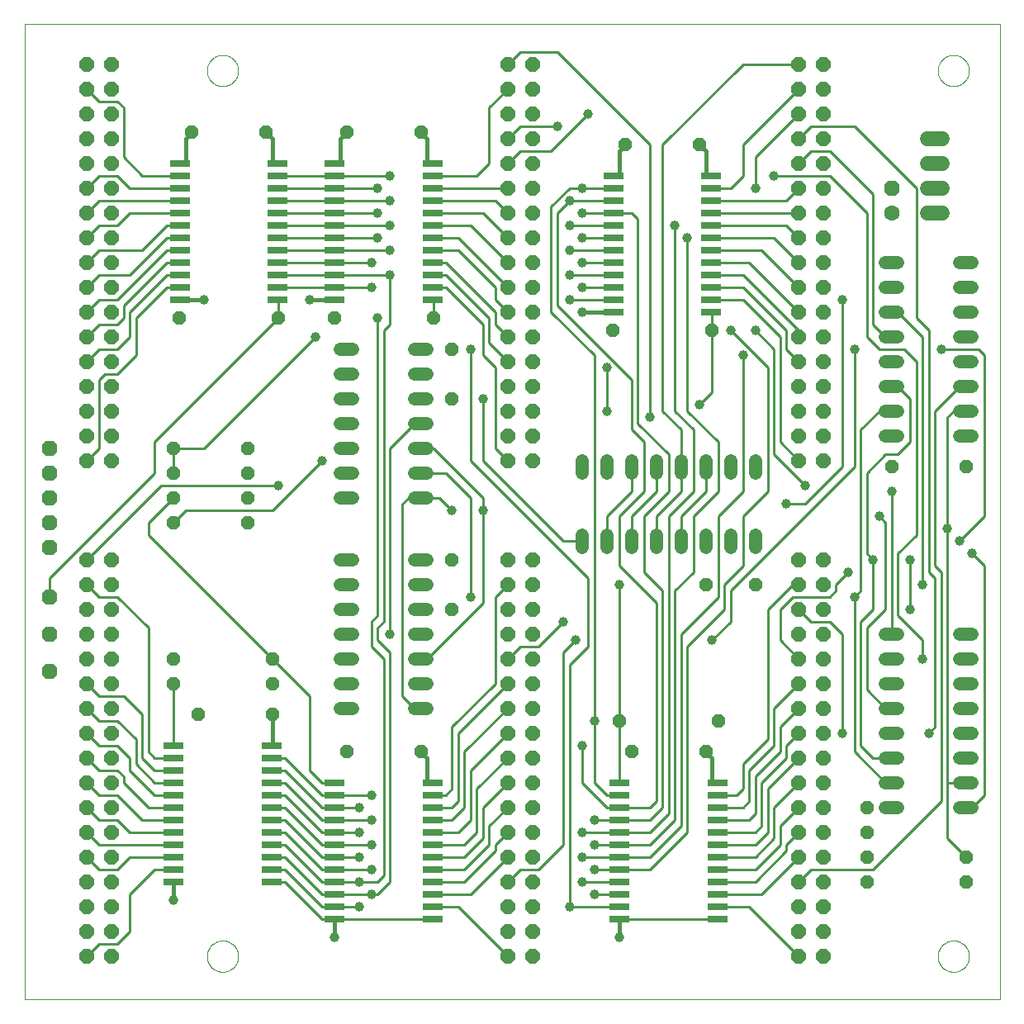
<source format=gtl>
G75*
%MOIN*%
%OFA0B0*%
%FSLAX25Y25*%
%IPPOS*%
%LPD*%
%AMOC8*
5,1,8,0,0,1.08239X$1,22.5*
%
%ADD10C,0.00000*%
%ADD11C,0.05200*%
%ADD12OC8,0.05200*%
%ADD13OC8,0.06300*%
%ADD14R,0.08000X0.02600*%
%ADD15OC8,0.06000*%
%ADD16OC8,0.05600*%
%ADD17C,0.06000*%
%ADD18C,0.06300*%
%ADD19C,0.01000*%
%ADD20C,0.03962*%
%ADD21C,0.01600*%
D10*
X0001500Y0001500D02*
X0001500Y0395201D01*
X0395201Y0395201D01*
X0395201Y0001500D01*
X0001500Y0001500D01*
X0075201Y0019000D02*
X0075203Y0019158D01*
X0075209Y0019316D01*
X0075219Y0019474D01*
X0075233Y0019632D01*
X0075251Y0019789D01*
X0075272Y0019946D01*
X0075298Y0020102D01*
X0075328Y0020258D01*
X0075361Y0020413D01*
X0075399Y0020566D01*
X0075440Y0020719D01*
X0075485Y0020871D01*
X0075534Y0021022D01*
X0075587Y0021171D01*
X0075643Y0021319D01*
X0075703Y0021465D01*
X0075767Y0021610D01*
X0075835Y0021753D01*
X0075906Y0021895D01*
X0075980Y0022035D01*
X0076058Y0022172D01*
X0076140Y0022308D01*
X0076224Y0022442D01*
X0076313Y0022573D01*
X0076404Y0022702D01*
X0076499Y0022829D01*
X0076596Y0022954D01*
X0076697Y0023076D01*
X0076801Y0023195D01*
X0076908Y0023312D01*
X0077018Y0023426D01*
X0077131Y0023537D01*
X0077246Y0023646D01*
X0077364Y0023751D01*
X0077485Y0023853D01*
X0077608Y0023953D01*
X0077734Y0024049D01*
X0077862Y0024142D01*
X0077992Y0024232D01*
X0078125Y0024318D01*
X0078260Y0024402D01*
X0078396Y0024481D01*
X0078535Y0024558D01*
X0078676Y0024630D01*
X0078818Y0024700D01*
X0078962Y0024765D01*
X0079108Y0024827D01*
X0079255Y0024885D01*
X0079404Y0024940D01*
X0079554Y0024991D01*
X0079705Y0025038D01*
X0079857Y0025081D01*
X0080010Y0025120D01*
X0080165Y0025156D01*
X0080320Y0025187D01*
X0080476Y0025215D01*
X0080632Y0025239D01*
X0080789Y0025259D01*
X0080947Y0025275D01*
X0081104Y0025287D01*
X0081263Y0025295D01*
X0081421Y0025299D01*
X0081579Y0025299D01*
X0081737Y0025295D01*
X0081896Y0025287D01*
X0082053Y0025275D01*
X0082211Y0025259D01*
X0082368Y0025239D01*
X0082524Y0025215D01*
X0082680Y0025187D01*
X0082835Y0025156D01*
X0082990Y0025120D01*
X0083143Y0025081D01*
X0083295Y0025038D01*
X0083446Y0024991D01*
X0083596Y0024940D01*
X0083745Y0024885D01*
X0083892Y0024827D01*
X0084038Y0024765D01*
X0084182Y0024700D01*
X0084324Y0024630D01*
X0084465Y0024558D01*
X0084604Y0024481D01*
X0084740Y0024402D01*
X0084875Y0024318D01*
X0085008Y0024232D01*
X0085138Y0024142D01*
X0085266Y0024049D01*
X0085392Y0023953D01*
X0085515Y0023853D01*
X0085636Y0023751D01*
X0085754Y0023646D01*
X0085869Y0023537D01*
X0085982Y0023426D01*
X0086092Y0023312D01*
X0086199Y0023195D01*
X0086303Y0023076D01*
X0086404Y0022954D01*
X0086501Y0022829D01*
X0086596Y0022702D01*
X0086687Y0022573D01*
X0086776Y0022442D01*
X0086860Y0022308D01*
X0086942Y0022172D01*
X0087020Y0022035D01*
X0087094Y0021895D01*
X0087165Y0021753D01*
X0087233Y0021610D01*
X0087297Y0021465D01*
X0087357Y0021319D01*
X0087413Y0021171D01*
X0087466Y0021022D01*
X0087515Y0020871D01*
X0087560Y0020719D01*
X0087601Y0020566D01*
X0087639Y0020413D01*
X0087672Y0020258D01*
X0087702Y0020102D01*
X0087728Y0019946D01*
X0087749Y0019789D01*
X0087767Y0019632D01*
X0087781Y0019474D01*
X0087791Y0019316D01*
X0087797Y0019158D01*
X0087799Y0019000D01*
X0087797Y0018842D01*
X0087791Y0018684D01*
X0087781Y0018526D01*
X0087767Y0018368D01*
X0087749Y0018211D01*
X0087728Y0018054D01*
X0087702Y0017898D01*
X0087672Y0017742D01*
X0087639Y0017587D01*
X0087601Y0017434D01*
X0087560Y0017281D01*
X0087515Y0017129D01*
X0087466Y0016978D01*
X0087413Y0016829D01*
X0087357Y0016681D01*
X0087297Y0016535D01*
X0087233Y0016390D01*
X0087165Y0016247D01*
X0087094Y0016105D01*
X0087020Y0015965D01*
X0086942Y0015828D01*
X0086860Y0015692D01*
X0086776Y0015558D01*
X0086687Y0015427D01*
X0086596Y0015298D01*
X0086501Y0015171D01*
X0086404Y0015046D01*
X0086303Y0014924D01*
X0086199Y0014805D01*
X0086092Y0014688D01*
X0085982Y0014574D01*
X0085869Y0014463D01*
X0085754Y0014354D01*
X0085636Y0014249D01*
X0085515Y0014147D01*
X0085392Y0014047D01*
X0085266Y0013951D01*
X0085138Y0013858D01*
X0085008Y0013768D01*
X0084875Y0013682D01*
X0084740Y0013598D01*
X0084604Y0013519D01*
X0084465Y0013442D01*
X0084324Y0013370D01*
X0084182Y0013300D01*
X0084038Y0013235D01*
X0083892Y0013173D01*
X0083745Y0013115D01*
X0083596Y0013060D01*
X0083446Y0013009D01*
X0083295Y0012962D01*
X0083143Y0012919D01*
X0082990Y0012880D01*
X0082835Y0012844D01*
X0082680Y0012813D01*
X0082524Y0012785D01*
X0082368Y0012761D01*
X0082211Y0012741D01*
X0082053Y0012725D01*
X0081896Y0012713D01*
X0081737Y0012705D01*
X0081579Y0012701D01*
X0081421Y0012701D01*
X0081263Y0012705D01*
X0081104Y0012713D01*
X0080947Y0012725D01*
X0080789Y0012741D01*
X0080632Y0012761D01*
X0080476Y0012785D01*
X0080320Y0012813D01*
X0080165Y0012844D01*
X0080010Y0012880D01*
X0079857Y0012919D01*
X0079705Y0012962D01*
X0079554Y0013009D01*
X0079404Y0013060D01*
X0079255Y0013115D01*
X0079108Y0013173D01*
X0078962Y0013235D01*
X0078818Y0013300D01*
X0078676Y0013370D01*
X0078535Y0013442D01*
X0078396Y0013519D01*
X0078260Y0013598D01*
X0078125Y0013682D01*
X0077992Y0013768D01*
X0077862Y0013858D01*
X0077734Y0013951D01*
X0077608Y0014047D01*
X0077485Y0014147D01*
X0077364Y0014249D01*
X0077246Y0014354D01*
X0077131Y0014463D01*
X0077018Y0014574D01*
X0076908Y0014688D01*
X0076801Y0014805D01*
X0076697Y0014924D01*
X0076596Y0015046D01*
X0076499Y0015171D01*
X0076404Y0015298D01*
X0076313Y0015427D01*
X0076224Y0015558D01*
X0076140Y0015692D01*
X0076058Y0015828D01*
X0075980Y0015965D01*
X0075906Y0016105D01*
X0075835Y0016247D01*
X0075767Y0016390D01*
X0075703Y0016535D01*
X0075643Y0016681D01*
X0075587Y0016829D01*
X0075534Y0016978D01*
X0075485Y0017129D01*
X0075440Y0017281D01*
X0075399Y0017434D01*
X0075361Y0017587D01*
X0075328Y0017742D01*
X0075298Y0017898D01*
X0075272Y0018054D01*
X0075251Y0018211D01*
X0075233Y0018368D01*
X0075219Y0018526D01*
X0075209Y0018684D01*
X0075203Y0018842D01*
X0075201Y0019000D01*
X0370201Y0019000D02*
X0370203Y0019158D01*
X0370209Y0019316D01*
X0370219Y0019474D01*
X0370233Y0019632D01*
X0370251Y0019789D01*
X0370272Y0019946D01*
X0370298Y0020102D01*
X0370328Y0020258D01*
X0370361Y0020413D01*
X0370399Y0020566D01*
X0370440Y0020719D01*
X0370485Y0020871D01*
X0370534Y0021022D01*
X0370587Y0021171D01*
X0370643Y0021319D01*
X0370703Y0021465D01*
X0370767Y0021610D01*
X0370835Y0021753D01*
X0370906Y0021895D01*
X0370980Y0022035D01*
X0371058Y0022172D01*
X0371140Y0022308D01*
X0371224Y0022442D01*
X0371313Y0022573D01*
X0371404Y0022702D01*
X0371499Y0022829D01*
X0371596Y0022954D01*
X0371697Y0023076D01*
X0371801Y0023195D01*
X0371908Y0023312D01*
X0372018Y0023426D01*
X0372131Y0023537D01*
X0372246Y0023646D01*
X0372364Y0023751D01*
X0372485Y0023853D01*
X0372608Y0023953D01*
X0372734Y0024049D01*
X0372862Y0024142D01*
X0372992Y0024232D01*
X0373125Y0024318D01*
X0373260Y0024402D01*
X0373396Y0024481D01*
X0373535Y0024558D01*
X0373676Y0024630D01*
X0373818Y0024700D01*
X0373962Y0024765D01*
X0374108Y0024827D01*
X0374255Y0024885D01*
X0374404Y0024940D01*
X0374554Y0024991D01*
X0374705Y0025038D01*
X0374857Y0025081D01*
X0375010Y0025120D01*
X0375165Y0025156D01*
X0375320Y0025187D01*
X0375476Y0025215D01*
X0375632Y0025239D01*
X0375789Y0025259D01*
X0375947Y0025275D01*
X0376104Y0025287D01*
X0376263Y0025295D01*
X0376421Y0025299D01*
X0376579Y0025299D01*
X0376737Y0025295D01*
X0376896Y0025287D01*
X0377053Y0025275D01*
X0377211Y0025259D01*
X0377368Y0025239D01*
X0377524Y0025215D01*
X0377680Y0025187D01*
X0377835Y0025156D01*
X0377990Y0025120D01*
X0378143Y0025081D01*
X0378295Y0025038D01*
X0378446Y0024991D01*
X0378596Y0024940D01*
X0378745Y0024885D01*
X0378892Y0024827D01*
X0379038Y0024765D01*
X0379182Y0024700D01*
X0379324Y0024630D01*
X0379465Y0024558D01*
X0379604Y0024481D01*
X0379740Y0024402D01*
X0379875Y0024318D01*
X0380008Y0024232D01*
X0380138Y0024142D01*
X0380266Y0024049D01*
X0380392Y0023953D01*
X0380515Y0023853D01*
X0380636Y0023751D01*
X0380754Y0023646D01*
X0380869Y0023537D01*
X0380982Y0023426D01*
X0381092Y0023312D01*
X0381199Y0023195D01*
X0381303Y0023076D01*
X0381404Y0022954D01*
X0381501Y0022829D01*
X0381596Y0022702D01*
X0381687Y0022573D01*
X0381776Y0022442D01*
X0381860Y0022308D01*
X0381942Y0022172D01*
X0382020Y0022035D01*
X0382094Y0021895D01*
X0382165Y0021753D01*
X0382233Y0021610D01*
X0382297Y0021465D01*
X0382357Y0021319D01*
X0382413Y0021171D01*
X0382466Y0021022D01*
X0382515Y0020871D01*
X0382560Y0020719D01*
X0382601Y0020566D01*
X0382639Y0020413D01*
X0382672Y0020258D01*
X0382702Y0020102D01*
X0382728Y0019946D01*
X0382749Y0019789D01*
X0382767Y0019632D01*
X0382781Y0019474D01*
X0382791Y0019316D01*
X0382797Y0019158D01*
X0382799Y0019000D01*
X0382797Y0018842D01*
X0382791Y0018684D01*
X0382781Y0018526D01*
X0382767Y0018368D01*
X0382749Y0018211D01*
X0382728Y0018054D01*
X0382702Y0017898D01*
X0382672Y0017742D01*
X0382639Y0017587D01*
X0382601Y0017434D01*
X0382560Y0017281D01*
X0382515Y0017129D01*
X0382466Y0016978D01*
X0382413Y0016829D01*
X0382357Y0016681D01*
X0382297Y0016535D01*
X0382233Y0016390D01*
X0382165Y0016247D01*
X0382094Y0016105D01*
X0382020Y0015965D01*
X0381942Y0015828D01*
X0381860Y0015692D01*
X0381776Y0015558D01*
X0381687Y0015427D01*
X0381596Y0015298D01*
X0381501Y0015171D01*
X0381404Y0015046D01*
X0381303Y0014924D01*
X0381199Y0014805D01*
X0381092Y0014688D01*
X0380982Y0014574D01*
X0380869Y0014463D01*
X0380754Y0014354D01*
X0380636Y0014249D01*
X0380515Y0014147D01*
X0380392Y0014047D01*
X0380266Y0013951D01*
X0380138Y0013858D01*
X0380008Y0013768D01*
X0379875Y0013682D01*
X0379740Y0013598D01*
X0379604Y0013519D01*
X0379465Y0013442D01*
X0379324Y0013370D01*
X0379182Y0013300D01*
X0379038Y0013235D01*
X0378892Y0013173D01*
X0378745Y0013115D01*
X0378596Y0013060D01*
X0378446Y0013009D01*
X0378295Y0012962D01*
X0378143Y0012919D01*
X0377990Y0012880D01*
X0377835Y0012844D01*
X0377680Y0012813D01*
X0377524Y0012785D01*
X0377368Y0012761D01*
X0377211Y0012741D01*
X0377053Y0012725D01*
X0376896Y0012713D01*
X0376737Y0012705D01*
X0376579Y0012701D01*
X0376421Y0012701D01*
X0376263Y0012705D01*
X0376104Y0012713D01*
X0375947Y0012725D01*
X0375789Y0012741D01*
X0375632Y0012761D01*
X0375476Y0012785D01*
X0375320Y0012813D01*
X0375165Y0012844D01*
X0375010Y0012880D01*
X0374857Y0012919D01*
X0374705Y0012962D01*
X0374554Y0013009D01*
X0374404Y0013060D01*
X0374255Y0013115D01*
X0374108Y0013173D01*
X0373962Y0013235D01*
X0373818Y0013300D01*
X0373676Y0013370D01*
X0373535Y0013442D01*
X0373396Y0013519D01*
X0373260Y0013598D01*
X0373125Y0013682D01*
X0372992Y0013768D01*
X0372862Y0013858D01*
X0372734Y0013951D01*
X0372608Y0014047D01*
X0372485Y0014147D01*
X0372364Y0014249D01*
X0372246Y0014354D01*
X0372131Y0014463D01*
X0372018Y0014574D01*
X0371908Y0014688D01*
X0371801Y0014805D01*
X0371697Y0014924D01*
X0371596Y0015046D01*
X0371499Y0015171D01*
X0371404Y0015298D01*
X0371313Y0015427D01*
X0371224Y0015558D01*
X0371140Y0015692D01*
X0371058Y0015828D01*
X0370980Y0015965D01*
X0370906Y0016105D01*
X0370835Y0016247D01*
X0370767Y0016390D01*
X0370703Y0016535D01*
X0370643Y0016681D01*
X0370587Y0016829D01*
X0370534Y0016978D01*
X0370485Y0017129D01*
X0370440Y0017281D01*
X0370399Y0017434D01*
X0370361Y0017587D01*
X0370328Y0017742D01*
X0370298Y0017898D01*
X0370272Y0018054D01*
X0370251Y0018211D01*
X0370233Y0018368D01*
X0370219Y0018526D01*
X0370209Y0018684D01*
X0370203Y0018842D01*
X0370201Y0019000D01*
X0370201Y0376500D02*
X0370203Y0376658D01*
X0370209Y0376816D01*
X0370219Y0376974D01*
X0370233Y0377132D01*
X0370251Y0377289D01*
X0370272Y0377446D01*
X0370298Y0377602D01*
X0370328Y0377758D01*
X0370361Y0377913D01*
X0370399Y0378066D01*
X0370440Y0378219D01*
X0370485Y0378371D01*
X0370534Y0378522D01*
X0370587Y0378671D01*
X0370643Y0378819D01*
X0370703Y0378965D01*
X0370767Y0379110D01*
X0370835Y0379253D01*
X0370906Y0379395D01*
X0370980Y0379535D01*
X0371058Y0379672D01*
X0371140Y0379808D01*
X0371224Y0379942D01*
X0371313Y0380073D01*
X0371404Y0380202D01*
X0371499Y0380329D01*
X0371596Y0380454D01*
X0371697Y0380576D01*
X0371801Y0380695D01*
X0371908Y0380812D01*
X0372018Y0380926D01*
X0372131Y0381037D01*
X0372246Y0381146D01*
X0372364Y0381251D01*
X0372485Y0381353D01*
X0372608Y0381453D01*
X0372734Y0381549D01*
X0372862Y0381642D01*
X0372992Y0381732D01*
X0373125Y0381818D01*
X0373260Y0381902D01*
X0373396Y0381981D01*
X0373535Y0382058D01*
X0373676Y0382130D01*
X0373818Y0382200D01*
X0373962Y0382265D01*
X0374108Y0382327D01*
X0374255Y0382385D01*
X0374404Y0382440D01*
X0374554Y0382491D01*
X0374705Y0382538D01*
X0374857Y0382581D01*
X0375010Y0382620D01*
X0375165Y0382656D01*
X0375320Y0382687D01*
X0375476Y0382715D01*
X0375632Y0382739D01*
X0375789Y0382759D01*
X0375947Y0382775D01*
X0376104Y0382787D01*
X0376263Y0382795D01*
X0376421Y0382799D01*
X0376579Y0382799D01*
X0376737Y0382795D01*
X0376896Y0382787D01*
X0377053Y0382775D01*
X0377211Y0382759D01*
X0377368Y0382739D01*
X0377524Y0382715D01*
X0377680Y0382687D01*
X0377835Y0382656D01*
X0377990Y0382620D01*
X0378143Y0382581D01*
X0378295Y0382538D01*
X0378446Y0382491D01*
X0378596Y0382440D01*
X0378745Y0382385D01*
X0378892Y0382327D01*
X0379038Y0382265D01*
X0379182Y0382200D01*
X0379324Y0382130D01*
X0379465Y0382058D01*
X0379604Y0381981D01*
X0379740Y0381902D01*
X0379875Y0381818D01*
X0380008Y0381732D01*
X0380138Y0381642D01*
X0380266Y0381549D01*
X0380392Y0381453D01*
X0380515Y0381353D01*
X0380636Y0381251D01*
X0380754Y0381146D01*
X0380869Y0381037D01*
X0380982Y0380926D01*
X0381092Y0380812D01*
X0381199Y0380695D01*
X0381303Y0380576D01*
X0381404Y0380454D01*
X0381501Y0380329D01*
X0381596Y0380202D01*
X0381687Y0380073D01*
X0381776Y0379942D01*
X0381860Y0379808D01*
X0381942Y0379672D01*
X0382020Y0379535D01*
X0382094Y0379395D01*
X0382165Y0379253D01*
X0382233Y0379110D01*
X0382297Y0378965D01*
X0382357Y0378819D01*
X0382413Y0378671D01*
X0382466Y0378522D01*
X0382515Y0378371D01*
X0382560Y0378219D01*
X0382601Y0378066D01*
X0382639Y0377913D01*
X0382672Y0377758D01*
X0382702Y0377602D01*
X0382728Y0377446D01*
X0382749Y0377289D01*
X0382767Y0377132D01*
X0382781Y0376974D01*
X0382791Y0376816D01*
X0382797Y0376658D01*
X0382799Y0376500D01*
X0382797Y0376342D01*
X0382791Y0376184D01*
X0382781Y0376026D01*
X0382767Y0375868D01*
X0382749Y0375711D01*
X0382728Y0375554D01*
X0382702Y0375398D01*
X0382672Y0375242D01*
X0382639Y0375087D01*
X0382601Y0374934D01*
X0382560Y0374781D01*
X0382515Y0374629D01*
X0382466Y0374478D01*
X0382413Y0374329D01*
X0382357Y0374181D01*
X0382297Y0374035D01*
X0382233Y0373890D01*
X0382165Y0373747D01*
X0382094Y0373605D01*
X0382020Y0373465D01*
X0381942Y0373328D01*
X0381860Y0373192D01*
X0381776Y0373058D01*
X0381687Y0372927D01*
X0381596Y0372798D01*
X0381501Y0372671D01*
X0381404Y0372546D01*
X0381303Y0372424D01*
X0381199Y0372305D01*
X0381092Y0372188D01*
X0380982Y0372074D01*
X0380869Y0371963D01*
X0380754Y0371854D01*
X0380636Y0371749D01*
X0380515Y0371647D01*
X0380392Y0371547D01*
X0380266Y0371451D01*
X0380138Y0371358D01*
X0380008Y0371268D01*
X0379875Y0371182D01*
X0379740Y0371098D01*
X0379604Y0371019D01*
X0379465Y0370942D01*
X0379324Y0370870D01*
X0379182Y0370800D01*
X0379038Y0370735D01*
X0378892Y0370673D01*
X0378745Y0370615D01*
X0378596Y0370560D01*
X0378446Y0370509D01*
X0378295Y0370462D01*
X0378143Y0370419D01*
X0377990Y0370380D01*
X0377835Y0370344D01*
X0377680Y0370313D01*
X0377524Y0370285D01*
X0377368Y0370261D01*
X0377211Y0370241D01*
X0377053Y0370225D01*
X0376896Y0370213D01*
X0376737Y0370205D01*
X0376579Y0370201D01*
X0376421Y0370201D01*
X0376263Y0370205D01*
X0376104Y0370213D01*
X0375947Y0370225D01*
X0375789Y0370241D01*
X0375632Y0370261D01*
X0375476Y0370285D01*
X0375320Y0370313D01*
X0375165Y0370344D01*
X0375010Y0370380D01*
X0374857Y0370419D01*
X0374705Y0370462D01*
X0374554Y0370509D01*
X0374404Y0370560D01*
X0374255Y0370615D01*
X0374108Y0370673D01*
X0373962Y0370735D01*
X0373818Y0370800D01*
X0373676Y0370870D01*
X0373535Y0370942D01*
X0373396Y0371019D01*
X0373260Y0371098D01*
X0373125Y0371182D01*
X0372992Y0371268D01*
X0372862Y0371358D01*
X0372734Y0371451D01*
X0372608Y0371547D01*
X0372485Y0371647D01*
X0372364Y0371749D01*
X0372246Y0371854D01*
X0372131Y0371963D01*
X0372018Y0372074D01*
X0371908Y0372188D01*
X0371801Y0372305D01*
X0371697Y0372424D01*
X0371596Y0372546D01*
X0371499Y0372671D01*
X0371404Y0372798D01*
X0371313Y0372927D01*
X0371224Y0373058D01*
X0371140Y0373192D01*
X0371058Y0373328D01*
X0370980Y0373465D01*
X0370906Y0373605D01*
X0370835Y0373747D01*
X0370767Y0373890D01*
X0370703Y0374035D01*
X0370643Y0374181D01*
X0370587Y0374329D01*
X0370534Y0374478D01*
X0370485Y0374629D01*
X0370440Y0374781D01*
X0370399Y0374934D01*
X0370361Y0375087D01*
X0370328Y0375242D01*
X0370298Y0375398D01*
X0370272Y0375554D01*
X0370251Y0375711D01*
X0370233Y0375868D01*
X0370219Y0376026D01*
X0370209Y0376184D01*
X0370203Y0376342D01*
X0370201Y0376500D01*
X0075201Y0376500D02*
X0075203Y0376658D01*
X0075209Y0376816D01*
X0075219Y0376974D01*
X0075233Y0377132D01*
X0075251Y0377289D01*
X0075272Y0377446D01*
X0075298Y0377602D01*
X0075328Y0377758D01*
X0075361Y0377913D01*
X0075399Y0378066D01*
X0075440Y0378219D01*
X0075485Y0378371D01*
X0075534Y0378522D01*
X0075587Y0378671D01*
X0075643Y0378819D01*
X0075703Y0378965D01*
X0075767Y0379110D01*
X0075835Y0379253D01*
X0075906Y0379395D01*
X0075980Y0379535D01*
X0076058Y0379672D01*
X0076140Y0379808D01*
X0076224Y0379942D01*
X0076313Y0380073D01*
X0076404Y0380202D01*
X0076499Y0380329D01*
X0076596Y0380454D01*
X0076697Y0380576D01*
X0076801Y0380695D01*
X0076908Y0380812D01*
X0077018Y0380926D01*
X0077131Y0381037D01*
X0077246Y0381146D01*
X0077364Y0381251D01*
X0077485Y0381353D01*
X0077608Y0381453D01*
X0077734Y0381549D01*
X0077862Y0381642D01*
X0077992Y0381732D01*
X0078125Y0381818D01*
X0078260Y0381902D01*
X0078396Y0381981D01*
X0078535Y0382058D01*
X0078676Y0382130D01*
X0078818Y0382200D01*
X0078962Y0382265D01*
X0079108Y0382327D01*
X0079255Y0382385D01*
X0079404Y0382440D01*
X0079554Y0382491D01*
X0079705Y0382538D01*
X0079857Y0382581D01*
X0080010Y0382620D01*
X0080165Y0382656D01*
X0080320Y0382687D01*
X0080476Y0382715D01*
X0080632Y0382739D01*
X0080789Y0382759D01*
X0080947Y0382775D01*
X0081104Y0382787D01*
X0081263Y0382795D01*
X0081421Y0382799D01*
X0081579Y0382799D01*
X0081737Y0382795D01*
X0081896Y0382787D01*
X0082053Y0382775D01*
X0082211Y0382759D01*
X0082368Y0382739D01*
X0082524Y0382715D01*
X0082680Y0382687D01*
X0082835Y0382656D01*
X0082990Y0382620D01*
X0083143Y0382581D01*
X0083295Y0382538D01*
X0083446Y0382491D01*
X0083596Y0382440D01*
X0083745Y0382385D01*
X0083892Y0382327D01*
X0084038Y0382265D01*
X0084182Y0382200D01*
X0084324Y0382130D01*
X0084465Y0382058D01*
X0084604Y0381981D01*
X0084740Y0381902D01*
X0084875Y0381818D01*
X0085008Y0381732D01*
X0085138Y0381642D01*
X0085266Y0381549D01*
X0085392Y0381453D01*
X0085515Y0381353D01*
X0085636Y0381251D01*
X0085754Y0381146D01*
X0085869Y0381037D01*
X0085982Y0380926D01*
X0086092Y0380812D01*
X0086199Y0380695D01*
X0086303Y0380576D01*
X0086404Y0380454D01*
X0086501Y0380329D01*
X0086596Y0380202D01*
X0086687Y0380073D01*
X0086776Y0379942D01*
X0086860Y0379808D01*
X0086942Y0379672D01*
X0087020Y0379535D01*
X0087094Y0379395D01*
X0087165Y0379253D01*
X0087233Y0379110D01*
X0087297Y0378965D01*
X0087357Y0378819D01*
X0087413Y0378671D01*
X0087466Y0378522D01*
X0087515Y0378371D01*
X0087560Y0378219D01*
X0087601Y0378066D01*
X0087639Y0377913D01*
X0087672Y0377758D01*
X0087702Y0377602D01*
X0087728Y0377446D01*
X0087749Y0377289D01*
X0087767Y0377132D01*
X0087781Y0376974D01*
X0087791Y0376816D01*
X0087797Y0376658D01*
X0087799Y0376500D01*
X0087797Y0376342D01*
X0087791Y0376184D01*
X0087781Y0376026D01*
X0087767Y0375868D01*
X0087749Y0375711D01*
X0087728Y0375554D01*
X0087702Y0375398D01*
X0087672Y0375242D01*
X0087639Y0375087D01*
X0087601Y0374934D01*
X0087560Y0374781D01*
X0087515Y0374629D01*
X0087466Y0374478D01*
X0087413Y0374329D01*
X0087357Y0374181D01*
X0087297Y0374035D01*
X0087233Y0373890D01*
X0087165Y0373747D01*
X0087094Y0373605D01*
X0087020Y0373465D01*
X0086942Y0373328D01*
X0086860Y0373192D01*
X0086776Y0373058D01*
X0086687Y0372927D01*
X0086596Y0372798D01*
X0086501Y0372671D01*
X0086404Y0372546D01*
X0086303Y0372424D01*
X0086199Y0372305D01*
X0086092Y0372188D01*
X0085982Y0372074D01*
X0085869Y0371963D01*
X0085754Y0371854D01*
X0085636Y0371749D01*
X0085515Y0371647D01*
X0085392Y0371547D01*
X0085266Y0371451D01*
X0085138Y0371358D01*
X0085008Y0371268D01*
X0084875Y0371182D01*
X0084740Y0371098D01*
X0084604Y0371019D01*
X0084465Y0370942D01*
X0084324Y0370870D01*
X0084182Y0370800D01*
X0084038Y0370735D01*
X0083892Y0370673D01*
X0083745Y0370615D01*
X0083596Y0370560D01*
X0083446Y0370509D01*
X0083295Y0370462D01*
X0083143Y0370419D01*
X0082990Y0370380D01*
X0082835Y0370344D01*
X0082680Y0370313D01*
X0082524Y0370285D01*
X0082368Y0370261D01*
X0082211Y0370241D01*
X0082053Y0370225D01*
X0081896Y0370213D01*
X0081737Y0370205D01*
X0081579Y0370201D01*
X0081421Y0370201D01*
X0081263Y0370205D01*
X0081104Y0370213D01*
X0080947Y0370225D01*
X0080789Y0370241D01*
X0080632Y0370261D01*
X0080476Y0370285D01*
X0080320Y0370313D01*
X0080165Y0370344D01*
X0080010Y0370380D01*
X0079857Y0370419D01*
X0079705Y0370462D01*
X0079554Y0370509D01*
X0079404Y0370560D01*
X0079255Y0370615D01*
X0079108Y0370673D01*
X0078962Y0370735D01*
X0078818Y0370800D01*
X0078676Y0370870D01*
X0078535Y0370942D01*
X0078396Y0371019D01*
X0078260Y0371098D01*
X0078125Y0371182D01*
X0077992Y0371268D01*
X0077862Y0371358D01*
X0077734Y0371451D01*
X0077608Y0371547D01*
X0077485Y0371647D01*
X0077364Y0371749D01*
X0077246Y0371854D01*
X0077131Y0371963D01*
X0077018Y0372074D01*
X0076908Y0372188D01*
X0076801Y0372305D01*
X0076697Y0372424D01*
X0076596Y0372546D01*
X0076499Y0372671D01*
X0076404Y0372798D01*
X0076313Y0372927D01*
X0076224Y0373058D01*
X0076140Y0373192D01*
X0076058Y0373328D01*
X0075980Y0373465D01*
X0075906Y0373605D01*
X0075835Y0373747D01*
X0075767Y0373890D01*
X0075703Y0374035D01*
X0075643Y0374181D01*
X0075587Y0374329D01*
X0075534Y0374478D01*
X0075485Y0374629D01*
X0075440Y0374781D01*
X0075399Y0374934D01*
X0075361Y0375087D01*
X0075328Y0375242D01*
X0075298Y0375398D01*
X0075272Y0375554D01*
X0075251Y0375711D01*
X0075233Y0375868D01*
X0075219Y0376026D01*
X0075209Y0376184D01*
X0075203Y0376342D01*
X0075201Y0376500D01*
D11*
X0128900Y0264000D02*
X0134100Y0264000D01*
X0134100Y0254000D02*
X0128900Y0254000D01*
X0128900Y0244000D02*
X0134100Y0244000D01*
X0134100Y0234000D02*
X0128900Y0234000D01*
X0128900Y0224000D02*
X0134100Y0224000D01*
X0134100Y0214000D02*
X0128900Y0214000D01*
X0128900Y0204000D02*
X0134100Y0204000D01*
X0158900Y0204000D02*
X0164100Y0204000D01*
X0164100Y0214000D02*
X0158900Y0214000D01*
X0158900Y0224000D02*
X0164100Y0224000D01*
X0164100Y0234000D02*
X0158900Y0234000D01*
X0158900Y0244000D02*
X0164100Y0244000D01*
X0164100Y0254000D02*
X0158900Y0254000D01*
X0158900Y0264000D02*
X0164100Y0264000D01*
X0226500Y0219100D02*
X0226500Y0213900D01*
X0236500Y0213900D02*
X0236500Y0219100D01*
X0246500Y0219100D02*
X0246500Y0213900D01*
X0256500Y0213900D02*
X0256500Y0219100D01*
X0266500Y0219100D02*
X0266500Y0213900D01*
X0276500Y0213900D02*
X0276500Y0219100D01*
X0286500Y0219100D02*
X0286500Y0213900D01*
X0296500Y0213900D02*
X0296500Y0219100D01*
X0296500Y0189100D02*
X0296500Y0183900D01*
X0286500Y0183900D02*
X0286500Y0189100D01*
X0276500Y0189100D02*
X0276500Y0183900D01*
X0266500Y0183900D02*
X0266500Y0189100D01*
X0256500Y0189100D02*
X0256500Y0183900D01*
X0246500Y0183900D02*
X0246500Y0189100D01*
X0236500Y0189100D02*
X0236500Y0183900D01*
X0226500Y0183900D02*
X0226500Y0189100D01*
X0164100Y0179000D02*
X0158900Y0179000D01*
X0158900Y0169000D02*
X0164100Y0169000D01*
X0164100Y0159000D02*
X0158900Y0159000D01*
X0158900Y0149000D02*
X0164100Y0149000D01*
X0164100Y0139000D02*
X0158900Y0139000D01*
X0158900Y0129000D02*
X0164100Y0129000D01*
X0164100Y0119000D02*
X0158900Y0119000D01*
X0134100Y0119000D02*
X0128900Y0119000D01*
X0128900Y0129000D02*
X0134100Y0129000D01*
X0134100Y0139000D02*
X0128900Y0139000D01*
X0128900Y0149000D02*
X0134100Y0149000D01*
X0134100Y0159000D02*
X0128900Y0159000D01*
X0128900Y0169000D02*
X0134100Y0169000D01*
X0134100Y0179000D02*
X0128900Y0179000D01*
X0348900Y0149000D02*
X0354100Y0149000D01*
X0354100Y0139000D02*
X0348900Y0139000D01*
X0348900Y0129000D02*
X0354100Y0129000D01*
X0354100Y0119000D02*
X0348900Y0119000D01*
X0348900Y0109000D02*
X0354100Y0109000D01*
X0354100Y0099000D02*
X0348900Y0099000D01*
X0348900Y0089000D02*
X0354100Y0089000D01*
X0354100Y0079000D02*
X0348900Y0079000D01*
X0378900Y0079000D02*
X0384100Y0079000D01*
X0384100Y0089000D02*
X0378900Y0089000D01*
X0378900Y0099000D02*
X0384100Y0099000D01*
X0384100Y0109000D02*
X0378900Y0109000D01*
X0378900Y0119000D02*
X0384100Y0119000D01*
X0384100Y0129000D02*
X0378900Y0129000D01*
X0378900Y0139000D02*
X0384100Y0139000D01*
X0384100Y0149000D02*
X0378900Y0149000D01*
X0378900Y0229000D02*
X0384100Y0229000D01*
X0384100Y0239000D02*
X0378900Y0239000D01*
X0378900Y0249000D02*
X0384100Y0249000D01*
X0384100Y0259000D02*
X0378900Y0259000D01*
X0378900Y0269000D02*
X0384100Y0269000D01*
X0384100Y0279000D02*
X0378900Y0279000D01*
X0378900Y0289000D02*
X0384100Y0289000D01*
X0384100Y0299000D02*
X0378900Y0299000D01*
X0354100Y0299000D02*
X0348900Y0299000D01*
X0348900Y0289000D02*
X0354100Y0289000D01*
X0354100Y0279000D02*
X0348900Y0279000D01*
X0348900Y0269000D02*
X0354100Y0269000D01*
X0354100Y0259000D02*
X0348900Y0259000D01*
X0348900Y0249000D02*
X0354100Y0249000D01*
X0354100Y0239000D02*
X0348900Y0239000D01*
X0348900Y0229000D02*
X0354100Y0229000D01*
D12*
X0296500Y0169000D03*
X0276500Y0169000D03*
X0281500Y0114000D03*
X0241500Y0114000D03*
X0174000Y0159000D03*
X0174000Y0179000D03*
X0174000Y0244000D03*
X0174000Y0264000D03*
X0166500Y0276500D03*
X0126500Y0276500D03*
X0104000Y0276500D03*
X0064000Y0276500D03*
X0061500Y0224000D03*
X0061500Y0214000D03*
X0061500Y0204000D03*
X0061500Y0194000D03*
X0091500Y0194000D03*
X0091500Y0204000D03*
X0091500Y0214000D03*
X0091500Y0224000D03*
X0101500Y0139000D03*
X0101500Y0129000D03*
X0061500Y0129000D03*
X0061500Y0139000D03*
X0239000Y0271500D03*
X0279000Y0271500D03*
X0341500Y0079000D03*
X0341500Y0069000D03*
X0341500Y0059000D03*
X0341500Y0049000D03*
X0381500Y0049000D03*
X0381500Y0059000D03*
D13*
X0351500Y0329000D03*
X0011500Y0224000D03*
X0011500Y0214000D03*
X0011500Y0204000D03*
X0011500Y0194000D03*
X0011500Y0184000D03*
X0011500Y0164000D03*
X0011500Y0149000D03*
X0011500Y0134000D03*
D14*
X0061700Y0104000D03*
X0061700Y0099000D03*
X0061700Y0094000D03*
X0061700Y0089000D03*
X0061700Y0084000D03*
X0061700Y0079000D03*
X0061700Y0074000D03*
X0061700Y0069000D03*
X0061700Y0064000D03*
X0061700Y0059000D03*
X0061700Y0054000D03*
X0061700Y0049000D03*
X0101300Y0049000D03*
X0101300Y0054000D03*
X0101300Y0059000D03*
X0101300Y0064000D03*
X0101300Y0069000D03*
X0101300Y0074000D03*
X0101300Y0079000D03*
X0101300Y0084000D03*
X0101300Y0089000D03*
X0101300Y0094000D03*
X0101300Y0099000D03*
X0101300Y0104000D03*
X0126700Y0089000D03*
X0126700Y0084000D03*
X0126700Y0079000D03*
X0126700Y0074000D03*
X0126700Y0069000D03*
X0126700Y0064000D03*
X0126700Y0059000D03*
X0126700Y0054000D03*
X0126700Y0049000D03*
X0126700Y0044000D03*
X0126700Y0039000D03*
X0126700Y0034000D03*
X0166300Y0034000D03*
X0166300Y0039000D03*
X0166300Y0044000D03*
X0166300Y0049000D03*
X0166300Y0054000D03*
X0166300Y0059000D03*
X0166300Y0064000D03*
X0166300Y0069000D03*
X0166300Y0074000D03*
X0166300Y0079000D03*
X0166300Y0084000D03*
X0166300Y0089000D03*
X0241700Y0089000D03*
X0241700Y0084000D03*
X0241700Y0079000D03*
X0241700Y0074000D03*
X0241700Y0069000D03*
X0241700Y0064000D03*
X0241700Y0059000D03*
X0241700Y0054000D03*
X0241700Y0049000D03*
X0241700Y0044000D03*
X0241700Y0039000D03*
X0241700Y0034000D03*
X0281300Y0034000D03*
X0281300Y0039000D03*
X0281300Y0044000D03*
X0281300Y0049000D03*
X0281300Y0054000D03*
X0281300Y0059000D03*
X0281300Y0064000D03*
X0281300Y0069000D03*
X0281300Y0074000D03*
X0281300Y0079000D03*
X0281300Y0084000D03*
X0281300Y0089000D03*
X0278800Y0279000D03*
X0278800Y0284000D03*
X0278800Y0289000D03*
X0278800Y0294000D03*
X0278800Y0299000D03*
X0278800Y0304000D03*
X0278800Y0309000D03*
X0278800Y0314000D03*
X0278800Y0319000D03*
X0278800Y0324000D03*
X0278800Y0329000D03*
X0278800Y0334000D03*
X0239200Y0334000D03*
X0239200Y0329000D03*
X0239200Y0324000D03*
X0239200Y0319000D03*
X0239200Y0314000D03*
X0239200Y0309000D03*
X0239200Y0304000D03*
X0239200Y0299000D03*
X0239200Y0294000D03*
X0239200Y0289000D03*
X0239200Y0284000D03*
X0239200Y0279000D03*
X0166300Y0284000D03*
X0166300Y0289000D03*
X0166300Y0294000D03*
X0166300Y0299000D03*
X0166300Y0304000D03*
X0166300Y0309000D03*
X0166300Y0314000D03*
X0166300Y0319000D03*
X0166300Y0324000D03*
X0166300Y0329000D03*
X0166300Y0334000D03*
X0166300Y0339000D03*
X0126700Y0339000D03*
X0126700Y0334000D03*
X0126700Y0329000D03*
X0126700Y0324000D03*
X0126700Y0319000D03*
X0126700Y0314000D03*
X0126700Y0309000D03*
X0126700Y0304000D03*
X0126700Y0299000D03*
X0126700Y0294000D03*
X0126700Y0289000D03*
X0126700Y0284000D03*
X0103800Y0284000D03*
X0103800Y0289000D03*
X0103800Y0294000D03*
X0103800Y0299000D03*
X0103800Y0304000D03*
X0103800Y0309000D03*
X0103800Y0314000D03*
X0103800Y0319000D03*
X0103800Y0324000D03*
X0103800Y0329000D03*
X0103800Y0334000D03*
X0103800Y0339000D03*
X0064200Y0339000D03*
X0064200Y0334000D03*
X0064200Y0329000D03*
X0064200Y0324000D03*
X0064200Y0319000D03*
X0064200Y0314000D03*
X0064200Y0309000D03*
X0064200Y0304000D03*
X0064200Y0299000D03*
X0064200Y0294000D03*
X0064200Y0289000D03*
X0064200Y0284000D03*
D15*
X0036500Y0279000D03*
X0036500Y0289000D03*
X0026500Y0289000D03*
X0026500Y0279000D03*
X0026500Y0269000D03*
X0026500Y0259000D03*
X0036500Y0259000D03*
X0036500Y0269000D03*
X0036500Y0249000D03*
X0036500Y0239000D03*
X0026500Y0239000D03*
X0026500Y0249000D03*
X0026500Y0229000D03*
X0026500Y0219000D03*
X0036500Y0219000D03*
X0036500Y0229000D03*
X0036500Y0179000D03*
X0026500Y0179000D03*
X0026500Y0169000D03*
X0026500Y0159000D03*
X0036500Y0159000D03*
X0036500Y0169000D03*
X0036500Y0149000D03*
X0036500Y0139000D03*
X0026500Y0139000D03*
X0026500Y0149000D03*
X0026500Y0129000D03*
X0026500Y0119000D03*
X0036500Y0119000D03*
X0036500Y0129000D03*
X0036500Y0109000D03*
X0026500Y0109000D03*
X0026500Y0099000D03*
X0026500Y0089000D03*
X0036500Y0089000D03*
X0036500Y0099000D03*
X0036500Y0079000D03*
X0036500Y0069000D03*
X0026500Y0069000D03*
X0026500Y0079000D03*
X0026500Y0059000D03*
X0026500Y0049000D03*
X0036500Y0049000D03*
X0036500Y0059000D03*
X0036500Y0039000D03*
X0036500Y0029000D03*
X0026500Y0029000D03*
X0026500Y0039000D03*
X0026500Y0019000D03*
X0036500Y0019000D03*
X0196500Y0019000D03*
X0206500Y0019000D03*
X0206500Y0029000D03*
X0206500Y0039000D03*
X0196500Y0039000D03*
X0196500Y0029000D03*
X0196500Y0049000D03*
X0196500Y0059000D03*
X0206500Y0059000D03*
X0206500Y0049000D03*
X0206500Y0069000D03*
X0206500Y0079000D03*
X0196500Y0079000D03*
X0196500Y0069000D03*
X0196500Y0089000D03*
X0196500Y0099000D03*
X0206500Y0099000D03*
X0206500Y0089000D03*
X0206500Y0109000D03*
X0196500Y0109000D03*
X0196500Y0119000D03*
X0196500Y0129000D03*
X0206500Y0129000D03*
X0206500Y0119000D03*
X0206500Y0139000D03*
X0206500Y0149000D03*
X0196500Y0149000D03*
X0196500Y0139000D03*
X0196500Y0159000D03*
X0196500Y0169000D03*
X0206500Y0169000D03*
X0206500Y0159000D03*
X0206500Y0179000D03*
X0196500Y0179000D03*
X0196500Y0219000D03*
X0196500Y0229000D03*
X0206500Y0229000D03*
X0206500Y0219000D03*
X0206500Y0239000D03*
X0206500Y0249000D03*
X0196500Y0249000D03*
X0196500Y0239000D03*
X0196500Y0259000D03*
X0196500Y0269000D03*
X0206500Y0269000D03*
X0206500Y0259000D03*
X0206500Y0279000D03*
X0206500Y0289000D03*
X0196500Y0289000D03*
X0196500Y0279000D03*
X0196500Y0299000D03*
X0196500Y0309000D03*
X0206500Y0309000D03*
X0206500Y0299000D03*
X0206500Y0319000D03*
X0196500Y0319000D03*
X0196500Y0329000D03*
X0196500Y0339000D03*
X0206500Y0339000D03*
X0206500Y0329000D03*
X0206500Y0349000D03*
X0206500Y0359000D03*
X0196500Y0359000D03*
X0196500Y0349000D03*
X0196500Y0369000D03*
X0196500Y0379000D03*
X0206500Y0379000D03*
X0206500Y0369000D03*
X0314000Y0369000D03*
X0314000Y0379000D03*
X0324000Y0379000D03*
X0324000Y0369000D03*
X0324000Y0359000D03*
X0324000Y0349000D03*
X0314000Y0349000D03*
X0314000Y0359000D03*
X0314000Y0339000D03*
X0314000Y0329000D03*
X0324000Y0329000D03*
X0324000Y0339000D03*
X0324000Y0319000D03*
X0314000Y0319000D03*
X0314000Y0309000D03*
X0314000Y0299000D03*
X0324000Y0299000D03*
X0324000Y0309000D03*
X0324000Y0289000D03*
X0324000Y0279000D03*
X0314000Y0279000D03*
X0314000Y0289000D03*
X0314000Y0269000D03*
X0314000Y0259000D03*
X0324000Y0259000D03*
X0324000Y0269000D03*
X0324000Y0249000D03*
X0324000Y0239000D03*
X0314000Y0239000D03*
X0314000Y0249000D03*
X0314000Y0229000D03*
X0314000Y0219000D03*
X0324000Y0219000D03*
X0324000Y0229000D03*
X0324000Y0179000D03*
X0314000Y0179000D03*
X0314000Y0169000D03*
X0314000Y0159000D03*
X0324000Y0159000D03*
X0324000Y0169000D03*
X0324000Y0149000D03*
X0324000Y0139000D03*
X0314000Y0139000D03*
X0314000Y0149000D03*
X0314000Y0129000D03*
X0314000Y0119000D03*
X0324000Y0119000D03*
X0324000Y0129000D03*
X0324000Y0109000D03*
X0314000Y0109000D03*
X0314000Y0099000D03*
X0314000Y0089000D03*
X0324000Y0089000D03*
X0324000Y0099000D03*
X0324000Y0079000D03*
X0324000Y0069000D03*
X0314000Y0069000D03*
X0314000Y0079000D03*
X0314000Y0059000D03*
X0314000Y0049000D03*
X0324000Y0049000D03*
X0324000Y0059000D03*
X0324000Y0039000D03*
X0324000Y0029000D03*
X0314000Y0029000D03*
X0314000Y0039000D03*
X0314000Y0019000D03*
X0324000Y0019000D03*
X0036500Y0299000D03*
X0036500Y0309000D03*
X0026500Y0309000D03*
X0026500Y0299000D03*
X0026500Y0319000D03*
X0036500Y0319000D03*
X0036500Y0329000D03*
X0036500Y0339000D03*
X0026500Y0339000D03*
X0026500Y0329000D03*
X0026500Y0349000D03*
X0026500Y0359000D03*
X0036500Y0359000D03*
X0036500Y0349000D03*
X0036500Y0369000D03*
X0036500Y0379000D03*
X0026500Y0379000D03*
X0026500Y0369000D03*
D16*
X0069000Y0351500D03*
X0099000Y0351500D03*
X0131500Y0351500D03*
X0161500Y0351500D03*
X0244000Y0346500D03*
X0274000Y0346500D03*
X0351500Y0216500D03*
X0381500Y0216500D03*
X0276500Y0101500D03*
X0246500Y0101500D03*
X0161500Y0101500D03*
X0131500Y0101500D03*
X0101500Y0116500D03*
X0071500Y0116500D03*
D17*
X0366000Y0319000D02*
X0372000Y0319000D01*
X0372000Y0329000D02*
X0366000Y0329000D01*
X0366000Y0339000D02*
X0372000Y0339000D01*
X0372000Y0349000D02*
X0366000Y0349000D01*
D18*
X0351500Y0319000D03*
D19*
X0341500Y0319000D02*
X0341500Y0269000D01*
X0346500Y0264000D01*
X0356500Y0264000D01*
X0361500Y0259000D01*
X0361500Y0189000D01*
X0354000Y0181500D01*
X0354000Y0156500D01*
X0364000Y0146500D01*
X0364000Y0139000D01*
X0351500Y0149000D02*
X0351500Y0206500D01*
X0341500Y0214000D02*
X0349000Y0221500D01*
X0354000Y0221500D01*
X0359000Y0226500D01*
X0359000Y0244000D01*
X0354000Y0249000D01*
X0351500Y0249000D01*
X0351500Y0239000D02*
X0346500Y0239000D01*
X0339000Y0231500D01*
X0339000Y0166500D01*
X0336500Y0164000D01*
X0336500Y0101500D01*
X0349000Y0089000D01*
X0351500Y0089000D01*
X0351500Y0099000D02*
X0344000Y0099000D01*
X0339000Y0104000D01*
X0339000Y0154000D01*
X0344000Y0159000D01*
X0344000Y0179000D01*
X0341500Y0181500D01*
X0341500Y0214000D01*
X0336500Y0216500D02*
X0286500Y0166500D01*
X0286500Y0154000D01*
X0279000Y0146500D01*
X0269000Y0144000D02*
X0284000Y0159000D01*
X0284000Y0169000D01*
X0291500Y0176500D01*
X0291500Y0196500D01*
X0301500Y0206500D01*
X0301500Y0256500D01*
X0286500Y0271500D01*
X0279000Y0271500D02*
X0279000Y0279000D01*
X0278800Y0279000D01*
X0278800Y0284000D02*
X0291500Y0284000D01*
X0306500Y0269000D01*
X0306500Y0226500D01*
X0314000Y0219000D01*
X0316500Y0209000D02*
X0304000Y0221500D01*
X0304000Y0264000D01*
X0296500Y0271500D01*
X0291500Y0261500D02*
X0291500Y0206500D01*
X0281500Y0196500D01*
X0281500Y0164000D01*
X0266500Y0149000D01*
X0266500Y0071500D01*
X0254000Y0059000D01*
X0241700Y0059000D01*
X0226500Y0059000D01*
X0231500Y0054000D02*
X0241700Y0054000D01*
X0254000Y0054000D01*
X0269000Y0069000D01*
X0269000Y0144000D01*
X0256500Y0161500D02*
X0256500Y0081500D01*
X0254000Y0079000D01*
X0241700Y0079000D01*
X0236500Y0079000D01*
X0226500Y0089000D01*
X0226500Y0104000D01*
X0231500Y0114000D02*
X0231500Y0261500D01*
X0214000Y0279000D01*
X0214000Y0321500D01*
X0221500Y0329000D01*
X0226500Y0329000D01*
X0239200Y0329000D01*
X0239200Y0324000D02*
X0221500Y0324000D01*
X0216500Y0319000D01*
X0216500Y0281500D01*
X0246500Y0251500D01*
X0246500Y0231500D01*
X0251500Y0226500D01*
X0251500Y0206500D01*
X0241500Y0196500D01*
X0241500Y0176500D01*
X0256500Y0161500D01*
X0259000Y0166500D02*
X0251500Y0174000D01*
X0251500Y0196500D01*
X0261500Y0206500D01*
X0261500Y0221500D01*
X0249000Y0234000D01*
X0249000Y0316500D01*
X0246500Y0319000D01*
X0239200Y0319000D01*
X0226500Y0319000D01*
X0221500Y0314000D02*
X0239200Y0314000D01*
X0239200Y0309000D02*
X0226500Y0309000D01*
X0221500Y0304000D02*
X0239200Y0304000D01*
X0239200Y0299000D02*
X0226500Y0299000D01*
X0221500Y0294000D02*
X0239200Y0294000D01*
X0239200Y0289000D02*
X0226500Y0289000D01*
X0221500Y0284000D02*
X0239200Y0284000D01*
X0236500Y0256500D02*
X0236500Y0239000D01*
X0254000Y0236500D02*
X0254000Y0346500D01*
X0216500Y0384000D01*
X0201500Y0384000D01*
X0196500Y0379000D01*
X0196500Y0369000D02*
X0189000Y0361500D01*
X0189000Y0339000D01*
X0184000Y0334000D01*
X0166300Y0334000D01*
X0166300Y0339000D02*
X0164000Y0339000D01*
X0166300Y0329000D02*
X0196500Y0329000D01*
X0191500Y0324000D02*
X0196500Y0319000D01*
X0191500Y0324000D02*
X0166300Y0324000D01*
X0166300Y0319000D02*
X0186500Y0319000D01*
X0196500Y0309000D01*
X0196500Y0299000D02*
X0181500Y0314000D01*
X0166300Y0314000D01*
X0166300Y0309000D02*
X0176500Y0309000D01*
X0196500Y0289000D01*
X0191500Y0289000D02*
X0191500Y0284000D01*
X0196500Y0279000D01*
X0191500Y0279000D02*
X0191500Y0274000D01*
X0196500Y0269000D01*
X0189000Y0266500D02*
X0189000Y0276500D01*
X0171500Y0294000D01*
X0166300Y0294000D01*
X0166300Y0299000D02*
X0171500Y0299000D01*
X0191500Y0279000D01*
X0186500Y0274000D02*
X0171500Y0289000D01*
X0166300Y0289000D01*
X0166300Y0284000D02*
X0166500Y0284000D01*
X0166500Y0276500D01*
X0181500Y0264000D02*
X0181500Y0219000D01*
X0229000Y0171500D01*
X0229000Y0144000D01*
X0221500Y0136500D01*
X0221500Y0039000D01*
X0241700Y0039000D01*
X0241700Y0034000D02*
X0241500Y0034000D01*
X0241700Y0034000D02*
X0281300Y0034000D01*
X0281300Y0039000D02*
X0294000Y0039000D01*
X0314000Y0019000D01*
X0299000Y0044000D02*
X0314000Y0059000D01*
X0319000Y0054000D02*
X0314000Y0049000D01*
X0319000Y0054000D02*
X0344000Y0054000D01*
X0371500Y0081500D01*
X0371500Y0174000D01*
X0369000Y0176500D01*
X0369000Y0239000D01*
X0379000Y0249000D01*
X0381500Y0249000D01*
X0381500Y0239000D02*
X0376500Y0239000D01*
X0374000Y0236500D01*
X0374000Y0191500D01*
X0374000Y0089000D01*
X0381500Y0089000D01*
X0374000Y0089000D02*
X0374000Y0066500D01*
X0381500Y0059000D01*
X0381500Y0079000D02*
X0384000Y0079000D01*
X0389000Y0084000D01*
X0389000Y0176500D01*
X0384000Y0181500D01*
X0379000Y0186500D02*
X0389000Y0196500D01*
X0389000Y0261500D01*
X0386500Y0264000D01*
X0371500Y0264000D01*
X0366500Y0271500D02*
X0361500Y0276500D01*
X0361500Y0329000D01*
X0336500Y0354000D01*
X0319000Y0354000D01*
X0314000Y0349000D01*
X0319000Y0344000D02*
X0314000Y0339000D01*
X0319000Y0344000D02*
X0326500Y0344000D01*
X0344000Y0326500D01*
X0344000Y0274000D01*
X0349000Y0269000D01*
X0351500Y0269000D01*
X0351500Y0279000D02*
X0354000Y0279000D01*
X0364000Y0269000D01*
X0364000Y0169000D01*
X0369000Y0171500D02*
X0366500Y0174000D01*
X0366500Y0271500D01*
X0336500Y0264000D02*
X0336500Y0216500D01*
X0331500Y0216500D02*
X0316500Y0201500D01*
X0309000Y0201500D01*
X0331500Y0216500D02*
X0331500Y0284000D01*
X0314000Y0279000D02*
X0294000Y0299000D01*
X0278800Y0299000D01*
X0278800Y0294000D02*
X0291500Y0294000D01*
X0314000Y0271500D01*
X0314000Y0269000D01*
X0309000Y0271500D02*
X0309000Y0264000D01*
X0314000Y0259000D01*
X0309000Y0271500D02*
X0291500Y0289000D01*
X0278800Y0289000D01*
X0278800Y0304000D02*
X0299000Y0304000D01*
X0314000Y0289000D01*
X0314000Y0299000D02*
X0304000Y0309000D01*
X0278800Y0309000D01*
X0278800Y0314000D02*
X0309000Y0314000D01*
X0314000Y0309000D01*
X0314000Y0319000D02*
X0278800Y0319000D01*
X0278800Y0324000D02*
X0309000Y0324000D01*
X0314000Y0329000D01*
X0304000Y0334000D02*
X0326500Y0334000D01*
X0341500Y0319000D01*
X0314000Y0359000D02*
X0296500Y0341500D01*
X0296500Y0329000D01*
X0291500Y0334000D02*
X0291500Y0346500D01*
X0314000Y0369000D01*
X0314000Y0379000D02*
X0291500Y0379000D01*
X0259000Y0346500D01*
X0259000Y0239000D01*
X0266500Y0231500D01*
X0266500Y0216500D01*
X0266500Y0206500D01*
X0256500Y0196500D01*
X0256500Y0186500D01*
X0246500Y0186500D02*
X0246500Y0196500D01*
X0256500Y0206500D01*
X0256500Y0216500D01*
X0246500Y0216500D02*
X0246500Y0206500D01*
X0236500Y0196500D01*
X0236500Y0186500D01*
X0226500Y0186500D02*
X0219000Y0186500D01*
X0186500Y0219000D01*
X0186500Y0244000D01*
X0191500Y0256500D02*
X0191500Y0224000D01*
X0196500Y0219000D01*
X0186500Y0204000D02*
X0186500Y0199000D01*
X0186500Y0161500D01*
X0164000Y0139000D01*
X0161500Y0139000D01*
X0149000Y0141500D02*
X0144000Y0146500D01*
X0144000Y0151500D01*
X0146500Y0154000D01*
X0146500Y0271500D01*
X0149000Y0274000D01*
X0149000Y0294000D01*
X0126700Y0294000D01*
X0103800Y0294000D01*
X0103800Y0299000D02*
X0126700Y0299000D01*
X0141500Y0299000D01*
X0149000Y0304000D02*
X0126700Y0304000D01*
X0103800Y0304000D01*
X0103800Y0309000D02*
X0126700Y0309000D01*
X0144000Y0309000D01*
X0149000Y0314000D02*
X0126700Y0314000D01*
X0103800Y0314000D01*
X0103800Y0319000D02*
X0126700Y0319000D01*
X0144000Y0319000D01*
X0149000Y0324000D02*
X0126700Y0324000D01*
X0103800Y0324000D01*
X0103800Y0329000D02*
X0126700Y0329000D01*
X0144000Y0329000D01*
X0149000Y0334000D02*
X0126700Y0334000D01*
X0103800Y0334000D01*
X0103800Y0339000D02*
X0101500Y0339000D01*
X0126700Y0339000D02*
X0129000Y0339000D01*
X0166300Y0304000D02*
X0176500Y0304000D01*
X0191500Y0289000D01*
X0186500Y0274000D02*
X0186500Y0261500D01*
X0191500Y0256500D01*
X0196500Y0259000D02*
X0189000Y0266500D01*
X0161500Y0234000D02*
X0159000Y0234000D01*
X0149000Y0224000D01*
X0149000Y0149000D01*
X0149000Y0141500D02*
X0149000Y0049000D01*
X0144000Y0044000D01*
X0141500Y0044000D01*
X0126700Y0044000D01*
X0121500Y0044000D01*
X0106500Y0059000D01*
X0101300Y0059000D01*
X0101300Y0054000D02*
X0106500Y0054000D01*
X0121500Y0039000D01*
X0126700Y0039000D01*
X0136500Y0039000D01*
X0136500Y0049000D02*
X0126700Y0049000D01*
X0121500Y0049000D01*
X0106500Y0064000D01*
X0101300Y0064000D01*
X0101300Y0069000D02*
X0106500Y0069000D01*
X0121500Y0054000D01*
X0126700Y0054000D01*
X0141500Y0054000D01*
X0144000Y0049000D02*
X0136500Y0049000D01*
X0144000Y0049000D02*
X0146500Y0051500D01*
X0146500Y0139000D01*
X0141500Y0144000D01*
X0141500Y0154000D01*
X0144000Y0156500D01*
X0144000Y0276500D01*
X0141500Y0289000D02*
X0126700Y0289000D01*
X0103800Y0289000D01*
X0103800Y0284000D02*
X0104000Y0284000D01*
X0104000Y0276500D01*
X0054000Y0226500D01*
X0054000Y0214000D01*
X0011500Y0171500D01*
X0011500Y0164000D01*
X0026500Y0169000D02*
X0031500Y0164000D01*
X0039000Y0164000D01*
X0051500Y0151500D01*
X0051500Y0101500D01*
X0054000Y0099000D01*
X0061700Y0099000D01*
X0061700Y0094000D02*
X0054000Y0094000D01*
X0049000Y0099000D01*
X0049000Y0116500D01*
X0041500Y0124000D01*
X0031500Y0124000D01*
X0026500Y0129000D01*
X0026500Y0119000D02*
X0031500Y0114000D01*
X0039000Y0114000D01*
X0046500Y0106500D01*
X0046500Y0096500D01*
X0054000Y0089000D01*
X0061700Y0089000D01*
X0061700Y0084000D02*
X0054000Y0084000D01*
X0044000Y0094000D01*
X0044000Y0099000D01*
X0039000Y0104000D01*
X0031500Y0104000D01*
X0026500Y0109000D01*
X0026500Y0099000D02*
X0031500Y0094000D01*
X0039000Y0094000D01*
X0041500Y0091500D01*
X0041500Y0089000D01*
X0051500Y0079000D01*
X0061700Y0079000D01*
X0061700Y0074000D02*
X0049000Y0074000D01*
X0039000Y0084000D01*
X0031500Y0084000D01*
X0026500Y0089000D01*
X0026500Y0079000D02*
X0031500Y0074000D01*
X0039000Y0074000D01*
X0044000Y0069000D01*
X0061700Y0069000D01*
X0061700Y0064000D02*
X0031500Y0064000D01*
X0026500Y0069000D01*
X0026500Y0059000D02*
X0031500Y0054000D01*
X0039000Y0054000D01*
X0044000Y0059000D01*
X0061700Y0059000D01*
X0061700Y0054000D02*
X0054000Y0054000D01*
X0044000Y0044000D01*
X0044000Y0029000D01*
X0039000Y0024000D01*
X0031500Y0024000D01*
X0026500Y0019000D01*
X0061500Y0049000D02*
X0061700Y0049000D01*
X0101300Y0049000D02*
X0106500Y0049000D01*
X0121500Y0034000D01*
X0126500Y0034000D01*
X0126700Y0034000D01*
X0166300Y0034000D01*
X0166300Y0039000D02*
X0176500Y0039000D01*
X0196500Y0019000D01*
X0181500Y0044000D02*
X0166300Y0044000D01*
X0166300Y0049000D02*
X0179000Y0049000D01*
X0191500Y0061500D01*
X0191500Y0064000D01*
X0196500Y0069000D01*
X0189000Y0071500D02*
X0196500Y0079000D01*
X0189000Y0071500D02*
X0189000Y0064000D01*
X0179000Y0054000D01*
X0166300Y0054000D01*
X0166300Y0059000D02*
X0179000Y0059000D01*
X0186500Y0066500D01*
X0186500Y0079000D01*
X0196500Y0089000D01*
X0196500Y0099000D02*
X0184000Y0086500D01*
X0184000Y0069000D01*
X0179000Y0064000D01*
X0166300Y0064000D01*
X0166300Y0069000D02*
X0176500Y0069000D01*
X0181500Y0074000D01*
X0181500Y0094000D01*
X0196500Y0109000D01*
X0196500Y0119000D02*
X0179000Y0101500D01*
X0179000Y0079000D01*
X0174000Y0074000D01*
X0166300Y0074000D01*
X0166300Y0079000D02*
X0174000Y0079000D01*
X0176500Y0081500D01*
X0176500Y0109000D01*
X0196500Y0129000D01*
X0191500Y0129000D02*
X0191500Y0164000D01*
X0196500Y0169000D01*
X0181500Y0164000D02*
X0181500Y0204000D01*
X0171500Y0214000D01*
X0161500Y0214000D01*
X0161500Y0224000D02*
X0166500Y0224000D01*
X0186500Y0204000D01*
X0174000Y0199000D02*
X0169000Y0204000D01*
X0161500Y0204000D01*
X0156500Y0204000D01*
X0154000Y0201500D01*
X0154000Y0124000D01*
X0159000Y0119000D01*
X0161500Y0119000D01*
X0174000Y0111500D02*
X0174000Y0086500D01*
X0171500Y0084000D01*
X0166300Y0084000D01*
X0166300Y0089000D02*
X0164000Y0089000D01*
X0141500Y0084000D02*
X0126700Y0084000D01*
X0121500Y0084000D01*
X0106500Y0099000D01*
X0101300Y0099000D01*
X0101300Y0094000D02*
X0106500Y0094000D01*
X0121500Y0079000D01*
X0126700Y0079000D01*
X0136500Y0079000D01*
X0141500Y0074000D02*
X0126700Y0074000D01*
X0121500Y0074000D01*
X0106500Y0089000D01*
X0101300Y0089000D01*
X0101300Y0084000D02*
X0106500Y0084000D01*
X0121500Y0069000D01*
X0126700Y0069000D01*
X0136500Y0069000D01*
X0141500Y0064000D02*
X0126700Y0064000D01*
X0121500Y0064000D01*
X0106500Y0079000D01*
X0101300Y0079000D01*
X0101300Y0074000D02*
X0106500Y0074000D01*
X0121500Y0059000D01*
X0126700Y0059000D01*
X0136500Y0059000D01*
X0126700Y0089000D02*
X0121500Y0089000D01*
X0116500Y0094000D01*
X0116500Y0124000D01*
X0101500Y0139000D01*
X0051500Y0189000D01*
X0051500Y0194000D01*
X0061500Y0204000D01*
X0056500Y0209000D02*
X0104000Y0209000D01*
X0101500Y0199000D02*
X0066500Y0199000D01*
X0061500Y0194000D01*
X0056500Y0209000D02*
X0026500Y0179000D01*
X0061500Y0214000D02*
X0061500Y0224000D01*
X0074000Y0224000D01*
X0119000Y0269000D01*
X0121500Y0219000D02*
X0101500Y0199000D01*
X0039000Y0254000D02*
X0034000Y0254000D01*
X0031500Y0251500D01*
X0031500Y0224000D01*
X0026500Y0219000D01*
X0039000Y0254000D02*
X0046500Y0261500D01*
X0046500Y0276500D01*
X0059000Y0289000D01*
X0064200Y0289000D01*
X0064200Y0294000D02*
X0059000Y0294000D01*
X0044000Y0279000D01*
X0044000Y0269000D01*
X0039000Y0264000D01*
X0031500Y0264000D01*
X0026500Y0259000D01*
X0026500Y0269000D02*
X0031500Y0274000D01*
X0039000Y0274000D01*
X0041500Y0276500D01*
X0041500Y0281500D01*
X0059000Y0299000D01*
X0064200Y0299000D01*
X0064200Y0304000D02*
X0059000Y0304000D01*
X0039000Y0284000D01*
X0031500Y0284000D01*
X0026500Y0279000D01*
X0026500Y0289000D02*
X0031500Y0294000D01*
X0044000Y0294000D01*
X0059000Y0309000D01*
X0064200Y0309000D01*
X0064200Y0314000D02*
X0059000Y0314000D01*
X0049000Y0304000D01*
X0031500Y0304000D01*
X0026500Y0299000D01*
X0026500Y0309000D02*
X0031500Y0314000D01*
X0039000Y0314000D01*
X0044000Y0319000D01*
X0064200Y0319000D01*
X0064200Y0324000D02*
X0031500Y0324000D01*
X0026500Y0319000D01*
X0026500Y0329000D02*
X0031500Y0334000D01*
X0039000Y0334000D01*
X0044000Y0329000D01*
X0064200Y0329000D01*
X0064200Y0334000D02*
X0049000Y0334000D01*
X0041500Y0341500D01*
X0041500Y0361500D01*
X0039000Y0364000D01*
X0031500Y0364000D01*
X0026500Y0369000D01*
X0064200Y0339000D02*
X0066500Y0339000D01*
X0196500Y0339000D02*
X0201500Y0344000D01*
X0214000Y0344000D01*
X0229000Y0359000D01*
X0216500Y0354000D02*
X0201500Y0354000D01*
X0196500Y0349000D01*
X0264000Y0314000D02*
X0264000Y0239000D01*
X0271500Y0231500D01*
X0271500Y0206500D01*
X0261500Y0196500D01*
X0261500Y0076500D01*
X0254000Y0069000D01*
X0241700Y0069000D01*
X0226500Y0069000D01*
X0231500Y0064000D02*
X0241700Y0064000D01*
X0254000Y0064000D01*
X0264000Y0074000D01*
X0264000Y0166500D01*
X0271500Y0174000D01*
X0271500Y0196500D01*
X0281500Y0206500D01*
X0281500Y0226500D01*
X0269000Y0239000D01*
X0269000Y0309000D01*
X0278800Y0329000D02*
X0286500Y0329000D01*
X0291500Y0334000D01*
X0279000Y0271500D02*
X0279000Y0246500D01*
X0274000Y0241500D01*
X0276500Y0216500D02*
X0276500Y0206500D01*
X0266500Y0196500D01*
X0266500Y0186500D01*
X0259000Y0166500D02*
X0259000Y0079000D01*
X0254000Y0074000D01*
X0241700Y0074000D01*
X0231500Y0074000D01*
X0236500Y0084000D02*
X0231500Y0089000D01*
X0231500Y0114000D01*
X0241500Y0114000D02*
X0241500Y0169000D01*
X0219000Y0154000D02*
X0209000Y0144000D01*
X0201500Y0144000D01*
X0196500Y0139000D01*
X0191500Y0129000D02*
X0174000Y0111500D01*
X0219000Y0141500D02*
X0219000Y0064000D01*
X0209000Y0054000D01*
X0201500Y0054000D01*
X0196500Y0049000D01*
X0196500Y0059000D02*
X0181500Y0044000D01*
X0226500Y0049000D02*
X0241700Y0049000D01*
X0241700Y0044000D02*
X0231500Y0044000D01*
X0236500Y0084000D02*
X0241700Y0084000D01*
X0241700Y0089000D02*
X0241500Y0089000D01*
X0241500Y0114000D01*
X0219000Y0141500D02*
X0224000Y0146500D01*
X0281300Y0084000D02*
X0289000Y0084000D01*
X0291500Y0086500D01*
X0291500Y0096500D01*
X0301500Y0106500D01*
X0301500Y0159000D01*
X0311500Y0169000D01*
X0314000Y0169000D01*
X0311500Y0164000D02*
X0306500Y0159000D01*
X0306500Y0146500D01*
X0314000Y0139000D01*
X0314000Y0129000D02*
X0304000Y0119000D01*
X0304000Y0104000D01*
X0294000Y0094000D01*
X0294000Y0081500D01*
X0291500Y0079000D01*
X0281300Y0079000D01*
X0281300Y0074000D02*
X0294000Y0074000D01*
X0296500Y0076500D01*
X0296500Y0091500D01*
X0306500Y0101500D01*
X0306500Y0111500D01*
X0314000Y0119000D01*
X0314000Y0109000D02*
X0309000Y0104000D01*
X0309000Y0099000D01*
X0299000Y0089000D01*
X0299000Y0071500D01*
X0296500Y0069000D01*
X0281300Y0069000D01*
X0281300Y0064000D02*
X0296500Y0064000D01*
X0301500Y0069000D01*
X0301500Y0086500D01*
X0314000Y0099000D01*
X0314000Y0089000D02*
X0304000Y0079000D01*
X0304000Y0066500D01*
X0296500Y0059000D01*
X0281300Y0059000D01*
X0281300Y0054000D02*
X0296500Y0054000D01*
X0306500Y0064000D01*
X0306500Y0071500D01*
X0314000Y0079000D01*
X0314000Y0069000D02*
X0309000Y0064000D01*
X0309000Y0061500D01*
X0296500Y0049000D01*
X0281300Y0049000D01*
X0281300Y0044000D02*
X0299000Y0044000D01*
X0331500Y0109000D02*
X0331500Y0149000D01*
X0326500Y0154000D01*
X0319000Y0154000D01*
X0314000Y0159000D01*
X0311500Y0164000D02*
X0326500Y0164000D01*
X0329000Y0166500D01*
X0329000Y0169000D01*
X0334000Y0174000D01*
X0349000Y0159000D02*
X0341500Y0151500D01*
X0341500Y0126500D01*
X0349000Y0119000D01*
X0351500Y0119000D01*
X0366500Y0109000D02*
X0369000Y0111500D01*
X0369000Y0171500D01*
X0359000Y0179000D02*
X0359000Y0159000D01*
X0349000Y0159000D02*
X0349000Y0194000D01*
X0346500Y0196500D01*
X0101500Y0104000D02*
X0101300Y0104000D01*
X0061700Y0104000D02*
X0061500Y0104000D01*
X0061500Y0129000D01*
D20*
X0136500Y0079000D03*
X0141500Y0074000D03*
X0136500Y0069000D03*
X0141500Y0064000D03*
X0136500Y0059000D03*
X0141500Y0054000D03*
X0136500Y0049000D03*
X0141500Y0044000D03*
X0136500Y0039000D03*
X0126500Y0026500D03*
X0141500Y0084000D03*
X0149000Y0149000D03*
X0181500Y0164000D03*
X0186500Y0199000D03*
X0174000Y0199000D03*
X0186500Y0244000D03*
X0181500Y0264000D03*
X0149000Y0294000D03*
X0141500Y0289000D03*
X0141500Y0299000D03*
X0149000Y0304000D03*
X0144000Y0309000D03*
X0149000Y0314000D03*
X0144000Y0319000D03*
X0149000Y0324000D03*
X0144000Y0329000D03*
X0149000Y0334000D03*
X0116500Y0284000D03*
X0119000Y0269000D03*
X0144000Y0276500D03*
X0121500Y0219000D03*
X0104000Y0209000D03*
X0074000Y0284000D03*
X0216500Y0354000D03*
X0229000Y0359000D03*
X0226500Y0329000D03*
X0221500Y0324000D03*
X0226500Y0319000D03*
X0221500Y0314000D03*
X0226500Y0309000D03*
X0221500Y0304000D03*
X0226500Y0299000D03*
X0221500Y0294000D03*
X0226500Y0289000D03*
X0221500Y0284000D03*
X0226500Y0279000D03*
X0236500Y0256500D03*
X0236500Y0239000D03*
X0254000Y0236500D03*
X0274000Y0241500D03*
X0291500Y0261500D03*
X0286500Y0271500D03*
X0296500Y0271500D03*
X0331500Y0284000D03*
X0336500Y0264000D03*
X0371500Y0264000D03*
X0351500Y0206500D03*
X0346500Y0196500D03*
X0344000Y0179000D03*
X0334000Y0174000D03*
X0336500Y0164000D03*
X0359000Y0159000D03*
X0364000Y0169000D03*
X0359000Y0179000D03*
X0374000Y0191500D03*
X0379000Y0186500D03*
X0384000Y0181500D03*
X0364000Y0139000D03*
X0366500Y0109000D03*
X0331500Y0109000D03*
X0279000Y0146500D03*
X0241500Y0169000D03*
X0219000Y0154000D03*
X0224000Y0146500D03*
X0231500Y0114000D03*
X0226500Y0104000D03*
X0231500Y0074000D03*
X0226500Y0069000D03*
X0231500Y0064000D03*
X0226500Y0059000D03*
X0231500Y0054000D03*
X0226500Y0049000D03*
X0231500Y0044000D03*
X0221500Y0039000D03*
X0241500Y0026500D03*
X0061500Y0041500D03*
X0309000Y0201500D03*
X0316500Y0209000D03*
X0269000Y0309000D03*
X0264000Y0314000D03*
X0296500Y0329000D03*
X0304000Y0334000D03*
D21*
X0278800Y0334000D02*
X0276500Y0334000D01*
X0276500Y0344000D01*
X0274000Y0346500D01*
X0244000Y0346500D02*
X0241500Y0344000D01*
X0241500Y0334000D01*
X0239200Y0334000D01*
X0239200Y0279000D02*
X0226500Y0279000D01*
X0164000Y0339000D02*
X0164000Y0349000D01*
X0161500Y0351500D01*
X0131500Y0351500D02*
X0129000Y0349000D01*
X0129000Y0339000D01*
X0101500Y0339000D02*
X0101500Y0349000D01*
X0099000Y0351500D01*
X0069000Y0351500D02*
X0066500Y0349000D01*
X0066500Y0339000D01*
X0064200Y0284000D02*
X0074000Y0284000D01*
X0116500Y0284000D02*
X0126700Y0284000D01*
X0101500Y0116500D02*
X0101500Y0104000D01*
X0061500Y0049000D02*
X0061500Y0041500D01*
X0126500Y0034000D02*
X0126500Y0026500D01*
X0164000Y0089000D02*
X0164000Y0099000D01*
X0161500Y0101500D01*
X0241500Y0034000D02*
X0241500Y0026500D01*
X0279000Y0089000D02*
X0281300Y0089000D01*
X0279000Y0089000D02*
X0279000Y0099000D01*
X0276500Y0101500D01*
M02*

</source>
